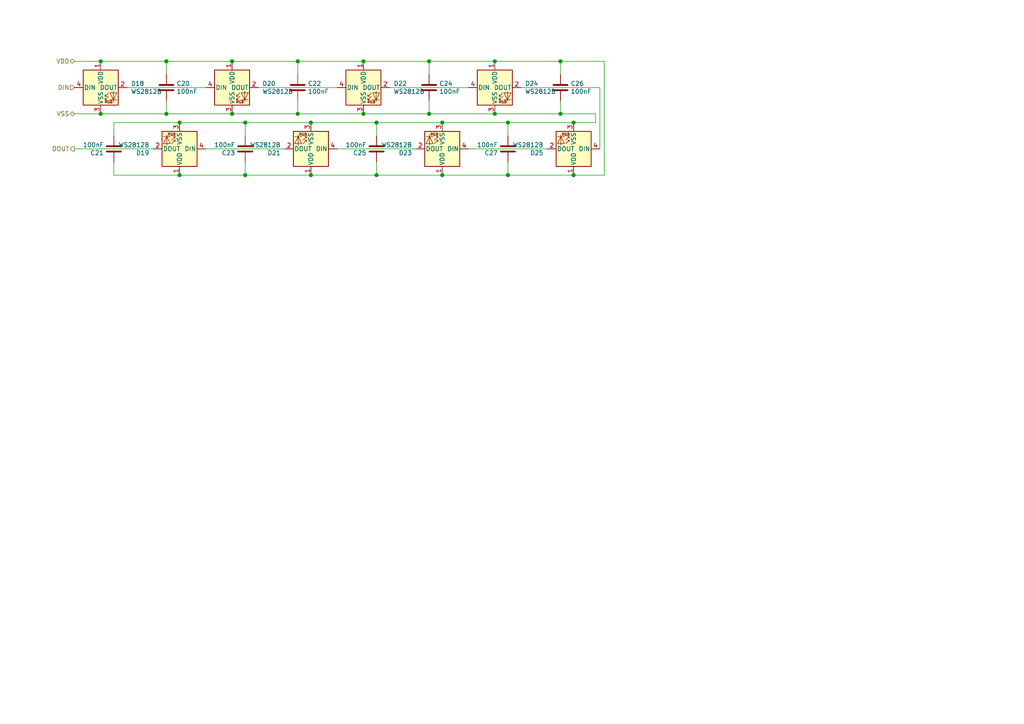
<source format=kicad_sch>
(kicad_sch (version 20210126) (generator eeschema)
  (paper "A4")
  (lib_symbols
    (symbol "Device:C" (pin_numbers hide) (pin_names (offset 0.254))
      (property "Reference" "C" (at 0.635 2.54 0))
      (property "Value" "C" (at 0.635 -2.54 0))
      (symbol "C_0_1"
        (polyline (pts (xy -2.032 -0.762) (xy 2.032 -0.762)) (stroke (width 0.508)))
        (polyline (pts (xy -2.032 0.762) (xy 2.032 0.762)) (stroke (width 0.508)))
      )
      (symbol "C_1_1"
        (pin passive line (at 0 3.81 270) (length 2.794) (name "~") (number "1"))
        (pin passive line (at 0 -3.81 90) (length 2.794) (name "~") (number "2"))
      )
    )
    (symbol "LED:WS2812B" (pin_names (offset 0.254))
      (property "Reference" "D" (at 5.08 5.715 0))
      (property "Value" "WS2812B" (at 1.27 -5.715 0))
      (symbol "WS2812B_0_0"
        (text "RGB" (at 2.286 -4.191 0) (effects (font (size 0.762 0.762))))
      )
      (symbol "WS2812B_0_1"
        (rectangle (start 5.08 5.08) (end -5.08 -5.08) (stroke (width 0.254)) (fill (type background)))
        (polyline (pts (xy 1.27 -3.556) (xy 1.778 -3.556)))
        (polyline (pts (xy 1.27 -2.54) (xy 1.778 -2.54)))
        (polyline (pts (xy 4.699 -3.556) (xy 2.667 -3.556)))
        (polyline (pts (xy 2.286 -2.54) (xy 1.27 -3.556) (xy 1.27 -3.048)))
        (polyline (pts (xy 2.286 -1.524) (xy 1.27 -2.54) (xy 1.27 -2.032)))
        (polyline (pts (xy 3.683 -1.016) (xy 3.683 -3.556) (xy 3.683 -4.064)))
        (polyline (pts (xy 4.699 -1.524) (xy 2.667 -1.524) (xy 3.683 -3.556) (xy 4.699 -1.524)))
      )
      (symbol "WS2812B_1_1"
        (pin power_in line (at 0 7.62 270) (length 2.54) (name "VDD") (number "1"))
        (pin output line (at 7.62 0 180) (length 2.54) (name "DOUT") (number "2"))
        (pin power_in line (at 0 -7.62 90) (length 2.54) (name "VSS") (number "3"))
        (pin input line (at -7.62 0 0) (length 2.54) (name "DIN") (number "4"))
      )
    )
  )
  (junction (at 29.21 17.78) (diameter 1.016))
  (junction (at 29.21 33.02) (diameter 1.016))
  (junction (at 48.26 17.78) (diameter 1.016))
  (junction (at 48.26 33.02) (diameter 1.016))
  (junction (at 52.07 35.56) (diameter 1.016))
  (junction (at 52.07 50.8) (diameter 1.016))
  (junction (at 67.31 17.78) (diameter 1.016))
  (junction (at 67.31 33.02) (diameter 1.016))
  (junction (at 71.12 35.56) (diameter 1.016))
  (junction (at 71.12 50.8) (diameter 1.016))
  (junction (at 86.36 17.78) (diameter 1.016))
  (junction (at 86.36 33.02) (diameter 1.016))
  (junction (at 90.17 35.56) (diameter 1.016))
  (junction (at 90.17 50.8) (diameter 1.016))
  (junction (at 105.41 17.78) (diameter 1.016))
  (junction (at 105.41 33.02) (diameter 1.016))
  (junction (at 109.22 35.56) (diameter 1.016))
  (junction (at 109.22 50.8) (diameter 1.016))
  (junction (at 124.46 17.78) (diameter 1.016))
  (junction (at 124.46 33.02) (diameter 1.016))
  (junction (at 128.27 35.56) (diameter 1.016))
  (junction (at 128.27 50.8) (diameter 1.016))
  (junction (at 143.51 17.78) (diameter 1.016))
  (junction (at 143.51 33.02) (diameter 1.016))
  (junction (at 147.32 35.56) (diameter 1.016))
  (junction (at 147.32 50.8) (diameter 1.016))
  (junction (at 162.56 17.78) (diameter 1.016))
  (junction (at 162.56 33.02) (diameter 1.016))
  (junction (at 166.37 35.56) (diameter 1.016))
  (junction (at 166.37 50.8) (diameter 1.016))
  (wire (pts (xy 21.59 43.18) (xy 44.45 43.18)))
  (wire (pts (xy 29.21 17.78) (xy 21.59 17.78)))
  (wire (pts (xy 29.21 17.78) (xy 48.26 17.78)))
  (wire (pts (xy 29.21 33.02) (xy 21.59 33.02)))
  (wire (pts (xy 33.02 35.56) (xy 52.07 35.56)))
  (wire (pts (xy 33.02 39.37) (xy 33.02 35.56)))
  (wire (pts (xy 33.02 46.99) (xy 33.02 50.8)))
  (wire (pts (xy 48.26 17.78) (xy 67.31 17.78)))
  (wire (pts (xy 48.26 21.59) (xy 48.26 17.78)))
  (wire (pts (xy 48.26 29.21) (xy 48.26 33.02)))
  (wire (pts (xy 48.26 33.02) (xy 29.21 33.02)))
  (wire (pts (xy 52.07 35.56) (xy 71.12 35.56)))
  (wire (pts (xy 52.07 50.8) (xy 33.02 50.8)))
  (wire (pts (xy 59.69 25.4) (xy 36.83 25.4)))
  (wire (pts (xy 59.69 43.18) (xy 82.55 43.18)))
  (wire (pts (xy 67.31 17.78) (xy 86.36 17.78)))
  (wire (pts (xy 67.31 33.02) (xy 48.26 33.02)))
  (wire (pts (xy 71.12 35.56) (xy 90.17 35.56)))
  (wire (pts (xy 71.12 39.37) (xy 71.12 35.56)))
  (wire (pts (xy 71.12 46.99) (xy 71.12 50.8)))
  (wire (pts (xy 71.12 50.8) (xy 52.07 50.8)))
  (wire (pts (xy 86.36 17.78) (xy 105.41 17.78)))
  (wire (pts (xy 86.36 21.59) (xy 86.36 17.78)))
  (wire (pts (xy 86.36 29.21) (xy 86.36 33.02)))
  (wire (pts (xy 86.36 33.02) (xy 67.31 33.02)))
  (wire (pts (xy 90.17 35.56) (xy 109.22 35.56)))
  (wire (pts (xy 90.17 50.8) (xy 71.12 50.8)))
  (wire (pts (xy 97.79 25.4) (xy 74.93 25.4)))
  (wire (pts (xy 97.79 43.18) (xy 120.65 43.18)))
  (wire (pts (xy 105.41 17.78) (xy 124.46 17.78)))
  (wire (pts (xy 105.41 33.02) (xy 86.36 33.02)))
  (wire (pts (xy 109.22 35.56) (xy 128.27 35.56)))
  (wire (pts (xy 109.22 39.37) (xy 109.22 35.56)))
  (wire (pts (xy 109.22 46.99) (xy 109.22 50.8)))
  (wire (pts (xy 109.22 50.8) (xy 90.17 50.8)))
  (wire (pts (xy 124.46 17.78) (xy 143.51 17.78)))
  (wire (pts (xy 124.46 21.59) (xy 124.46 17.78)))
  (wire (pts (xy 124.46 29.21) (xy 124.46 33.02)))
  (wire (pts (xy 124.46 33.02) (xy 105.41 33.02)))
  (wire (pts (xy 124.46 33.02) (xy 143.51 33.02)))
  (wire (pts (xy 128.27 35.56) (xy 147.32 35.56)))
  (wire (pts (xy 128.27 50.8) (xy 109.22 50.8)))
  (wire (pts (xy 128.27 50.8) (xy 147.32 50.8)))
  (wire (pts (xy 135.89 25.4) (xy 113.03 25.4)))
  (wire (pts (xy 135.89 43.18) (xy 158.75 43.18)))
  (wire (pts (xy 143.51 17.78) (xy 162.56 17.78)))
  (wire (pts (xy 143.51 33.02) (xy 162.56 33.02)))
  (wire (pts (xy 147.32 35.56) (xy 166.37 35.56)))
  (wire (pts (xy 147.32 39.37) (xy 147.32 35.56)))
  (wire (pts (xy 147.32 46.99) (xy 147.32 50.8)))
  (wire (pts (xy 147.32 50.8) (xy 166.37 50.8)))
  (wire (pts (xy 162.56 17.78) (xy 175.26 17.78)))
  (wire (pts (xy 162.56 21.59) (xy 162.56 17.78)))
  (wire (pts (xy 162.56 29.21) (xy 162.56 33.02)))
  (wire (pts (xy 162.56 33.02) (xy 172.72 33.02)))
  (wire (pts (xy 166.37 50.8) (xy 175.26 50.8)))
  (wire (pts (xy 172.72 33.02) (xy 172.72 35.56)))
  (wire (pts (xy 172.72 35.56) (xy 166.37 35.56)))
  (wire (pts (xy 173.99 25.4) (xy 151.13 25.4)))
  (wire (pts (xy 173.99 25.4) (xy 173.99 43.18)))
  (wire (pts (xy 175.26 17.78) (xy 175.26 50.8)))
  (hierarchical_label "VDD" (shape bidirectional) (at 21.59 17.78 180))
  (hierarchical_label "DIN" (shape input) (at 21.59 25.4 180))
  (hierarchical_label "VSS" (shape bidirectional) (at 21.59 33.02 180))
  (hierarchical_label "DOUT" (shape output) (at 21.59 43.18 180))
  (symbol (lib_id "Device:C") (at 33.02 43.18 0) (unit 1)
    (property "Reference" "C21" (at 30.099 44.3484 0) (effects (justify right)))
    (property "Value" "100nF" (at 30.099 42.037 0) (effects (justify right)))
    (property "Footprint" "Capacitor_SMD:C_0603_1608Metric_Pad1.05x0.95mm_HandSolder" (effects hide))
  )
  (symbol (lib_id "Device:C") (at 48.26 25.4 180) (unit 1)
    (property "Reference" "C20" (at 51.181 24.2316 0) (effects (justify right)))
    (property "Value" "100nF" (at 51.181 26.543 0) (effects (justify right)))
    (property "Footprint" "Capacitor_SMD:C_0603_1608Metric_Pad1.05x0.95mm_HandSolder" (effects hide))
  )
  (symbol (lib_id "Device:C") (at 71.12 43.18 0) (unit 1)
    (property "Reference" "C23" (at 68.199 44.3484 0) (effects (justify right)))
    (property "Value" "100nF" (at 68.199 42.037 0) (effects (justify right)))
    (property "Footprint" "Capacitor_SMD:C_0603_1608Metric_Pad1.05x0.95mm_HandSolder" (effects hide))
  )
  (symbol (lib_id "Device:C") (at 86.36 25.4 180) (unit 1)
    (property "Reference" "C22" (at 89.281 24.2316 0) (effects (justify right)))
    (property "Value" "100nF" (at 89.281 26.543 0) (effects (justify right)))
    (property "Footprint" "Capacitor_SMD:C_0603_1608Metric_Pad1.05x0.95mm_HandSolder" (effects hide))
  )
  (symbol (lib_id "Device:C") (at 109.22 43.18 0) (unit 1)
    (property "Reference" "C25" (at 106.299 44.3484 0) (effects (justify right)))
    (property "Value" "100nF" (at 106.299 42.037 0) (effects (justify right)))
    (property "Footprint" "Capacitor_SMD:C_0603_1608Metric_Pad1.05x0.95mm_HandSolder" (effects hide))
  )
  (symbol (lib_id "Device:C") (at 124.46 25.4 180) (unit 1)
    (property "Reference" "C24" (at 127.381 24.2316 0) (effects (justify right)))
    (property "Value" "100nF" (at 127.381 26.543 0) (effects (justify right)))
    (property "Footprint" "Capacitor_SMD:C_0603_1608Metric_Pad1.05x0.95mm_HandSolder" (effects hide))
  )
  (symbol (lib_id "Device:C") (at 147.32 43.18 0) (unit 1)
    (property "Reference" "C27" (at 144.399 44.3484 0) (effects (justify right)))
    (property "Value" "100nF" (at 144.399 42.037 0) (effects (justify right)))
    (property "Footprint" "Capacitor_SMD:C_0603_1608Metric_Pad1.05x0.95mm_HandSolder" (effects hide))
  )
  (symbol (lib_id "Device:C") (at 162.56 25.4 180) (unit 1)
    (property "Reference" "C26" (at 165.481 24.2316 0) (effects (justify right)))
    (property "Value" "100nF" (at 165.481 26.543 0) (effects (justify right)))
    (property "Footprint" "Capacitor_SMD:C_0603_1608Metric_Pad1.05x0.95mm_HandSolder" (effects hide))
  )
  (symbol (lib_id "LED:WS2812B") (at 29.21 25.4 0) (unit 1)
    (property "Reference" "D18" (at 37.9476 24.2316 0) (effects (justify left)))
    (property "Value" "WS2812B" (at 37.9476 26.543 0) (effects (justify left)))
    (property "Footprint" "LED_SMD:LED_WS2812B_PLCC4_5.0x5.0mm_P3.2mm" (effects hide))
    (property "Datasheet" "https://cdn-shop.adafruit.com/datasheets/WS2812B.pdf" (effects hide))
  )
  (symbol (lib_id "LED:WS2812B") (at 52.07 43.18 180) (unit 1)
    (property "Reference" "D19" (at 43.3324 44.3484 0) (effects (justify left)))
    (property "Value" "WS2812B" (at 43.3324 42.037 0) (effects (justify left)))
    (property "Footprint" "LED_SMD:LED_WS2812B_PLCC4_5.0x5.0mm_P3.2mm" (effects hide))
    (property "Datasheet" "https://cdn-shop.adafruit.com/datasheets/WS2812B.pdf" (effects hide))
  )
  (symbol (lib_id "LED:WS2812B") (at 67.31 25.4 0) (unit 1)
    (property "Reference" "D20" (at 76.0476 24.2316 0) (effects (justify left)))
    (property "Value" "WS2812B" (at 76.0476 26.543 0) (effects (justify left)))
    (property "Footprint" "LED_SMD:LED_WS2812B_PLCC4_5.0x5.0mm_P3.2mm" (effects hide))
    (property "Datasheet" "https://cdn-shop.adafruit.com/datasheets/WS2812B.pdf" (effects hide))
  )
  (symbol (lib_id "LED:WS2812B") (at 90.17 43.18 180) (unit 1)
    (property "Reference" "D21" (at 81.4324 44.3484 0) (effects (justify left)))
    (property "Value" "WS2812B" (at 81.4324 42.037 0) (effects (justify left)))
    (property "Footprint" "LED_SMD:LED_WS2812B_PLCC4_5.0x5.0mm_P3.2mm" (effects hide))
    (property "Datasheet" "https://cdn-shop.adafruit.com/datasheets/WS2812B.pdf" (effects hide))
  )
  (symbol (lib_id "LED:WS2812B") (at 105.41 25.4 0) (unit 1)
    (property "Reference" "D22" (at 114.1476 24.2316 0) (effects (justify left)))
    (property "Value" "WS2812B" (at 114.1476 26.543 0) (effects (justify left)))
    (property "Footprint" "LED_SMD:LED_WS2812B_PLCC4_5.0x5.0mm_P3.2mm" (effects hide))
    (property "Datasheet" "https://cdn-shop.adafruit.com/datasheets/WS2812B.pdf" (effects hide))
  )
  (symbol (lib_id "LED:WS2812B") (at 128.27 43.18 180) (unit 1)
    (property "Reference" "D23" (at 119.5324 44.3484 0) (effects (justify left)))
    (property "Value" "WS2812B" (at 119.5324 42.037 0) (effects (justify left)))
    (property "Footprint" "LED_SMD:LED_WS2812B_PLCC4_5.0x5.0mm_P3.2mm" (effects hide))
    (property "Datasheet" "https://cdn-shop.adafruit.com/datasheets/WS2812B.pdf" (effects hide))
  )
  (symbol (lib_id "LED:WS2812B") (at 143.51 25.4 0) (unit 1)
    (property "Reference" "D24" (at 152.2476 24.2316 0) (effects (justify left)))
    (property "Value" "WS2812B" (at 152.2476 26.543 0) (effects (justify left)))
    (property "Footprint" "LED_SMD:LED_WS2812B_PLCC4_5.0x5.0mm_P3.2mm" (effects hide))
    (property "Datasheet" "https://cdn-shop.adafruit.com/datasheets/WS2812B.pdf" (effects hide))
  )
  (symbol (lib_id "LED:WS2812B") (at 166.37 43.18 180) (unit 1)
    (property "Reference" "D25" (at 157.6324 44.3484 0) (effects (justify left)))
    (property "Value" "WS2812B" (at 157.6324 42.037 0) (effects (justify left)))
    (property "Footprint" "LED_SMD:LED_WS2812B_PLCC4_5.0x5.0mm_P3.2mm" (effects hide))
    (property "Datasheet" "https://cdn-shop.adafruit.com/datasheets/WS2812B.pdf" (effects hide))
  )
)
</source>
